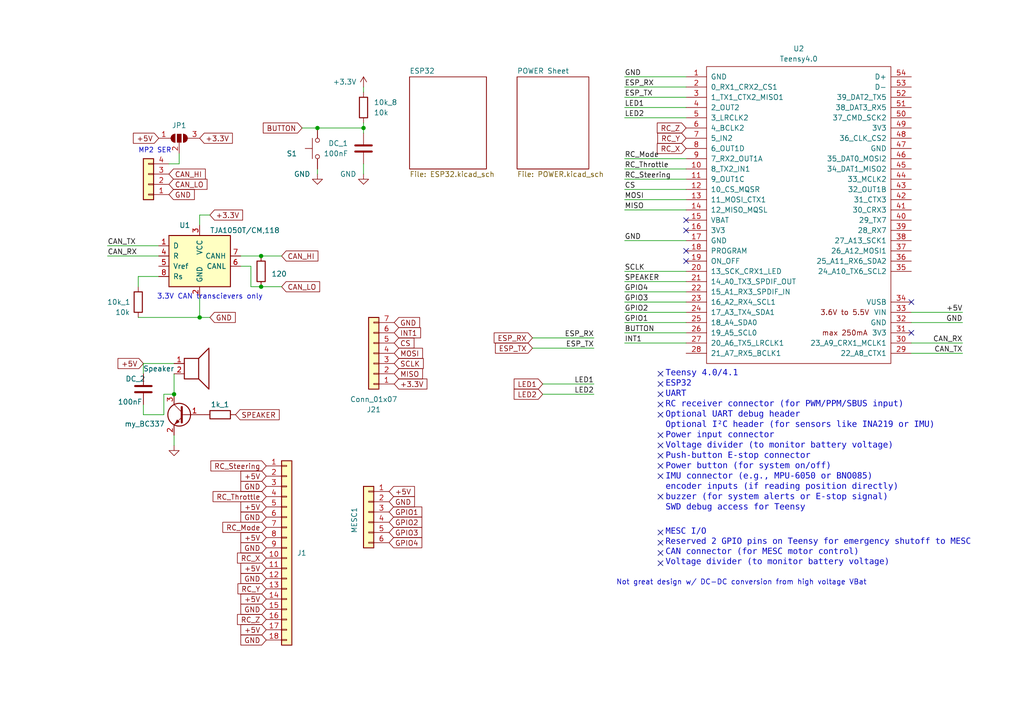
<source format=kicad_sch>
(kicad_sch (version 20250114) (generator "eeschema") (generator_version "9.0")
  (paper "User" 254 177.8)
  (lib_symbols
    (symbol "Connector_Generic:Conn_01x04" (pin_names (offset 1.016) (hide yes))
      (property "Reference" "J" (at 0 5.08 0))
      (property "Value" "Conn_01x04" (at 0 -7.62 0))
      (symbol "Conn_01x04_1_1"
        (rectangle (start -1.27 3.81) (end 1.27 -6.35) (stroke (width 0.254)) (fill (type background)))
        (rectangle (start -1.27 2.667) (end 0 2.413) (stroke (width 0.1524)))
        (rectangle (start -1.27 0.127) (end 0 -0.127) (stroke (width 0.1524)))
        (rectangle (start -1.27 -2.413) (end 0 -2.667) (stroke (width 0.1524)))
        (rectangle (start -1.27 -4.953) (end 0 -5.207) (stroke (width 0.1524)))
        (pin passive line (at -5.08 2.54 0) (length 3.81) (name "Pin_1") (number "1"))
        (pin passive line (at -5.08 0 0) (length 3.81) (name "Pin_2") (number "2"))
        (pin passive line (at -5.08 -2.54 0) (length 3.81) (name "Pin_3") (number "3"))
        (pin passive line (at -5.08 -5.08 0) (length 3.81) (name "Pin_4") (number "4"))
      )
    )
    (symbol "Connector_Generic:Conn_01x06" (pin_names (offset 1.016) (hide yes))
      (property "Reference" "J" (at 0 7.62 0))
      (property "Value" "Conn_01x06" (at 0 -10.16 0))
      (symbol "Conn_01x06_1_1"
        (rectangle (start -1.27 6.35) (end 1.27 -8.89) (stroke (width 0.254)) (fill (type background)))
        (rectangle (start -1.27 5.207) (end 0 4.953) (stroke (width 0.1524)))
        (rectangle (start -1.27 2.667) (end 0 2.413) (stroke (width 0.1524)))
        (rectangle (start -1.27 0.127) (end 0 -0.127) (stroke (width 0.1524)))
        (rectangle (start -1.27 -2.413) (end 0 -2.667) (stroke (width 0.1524)))
        (rectangle (start -1.27 -4.953) (end 0 -5.207) (stroke (width 0.1524)))
        (rectangle (start -1.27 -7.493) (end 0 -7.747) (stroke (width 0.1524)))
        (pin passive line (at -5.08 5.08 0) (length 3.81) (name "Pin_1") (number "1"))
        (pin passive line (at -5.08 2.54 0) (length 3.81) (name "Pin_2") (number "2"))
        (pin passive line (at -5.08 0 0) (length 3.81) (name "Pin_3") (number "3"))
        (pin passive line (at -5.08 -2.54 0) (length 3.81) (name "Pin_4") (number "4"))
        (pin passive line (at -5.08 -5.08 0) (length 3.81) (name "Pin_5") (number "5"))
        (pin passive line (at -5.08 -7.62 0) (length 3.81) (name "Pin_6") (number "6"))
      )
    )
    (symbol "Connector_Generic:Conn_01x07" (pin_names (offset 1.016) (hide yes))
      (property "Reference" "J" (at 0 10.16 0))
      (property "Value" "Conn_01x07" (at 0 -10.16 0))
      (symbol "Conn_01x07_1_1"
        (rectangle (start -1.27 8.89) (end 1.27 -8.89) (stroke (width 0.254)) (fill (type background)))
        (rectangle (start -1.27 7.747) (end 0 7.493) (stroke (width 0.1524)))
        (rectangle (start -1.27 5.207) (end 0 4.953) (stroke (width 0.1524)))
        (rectangle (start -1.27 2.667) (end 0 2.413) (stroke (width 0.1524)))
        (rectangle (start -1.27 0.127) (end 0 -0.127) (stroke (width 0.1524)))
        (rectangle (start -1.27 -2.413) (end 0 -2.667) (stroke (width 0.1524)))
        (rectangle (start -1.27 -4.953) (end 0 -5.207) (stroke (width 0.1524)))
        (rectangle (start -1.27 -7.493) (end 0 -7.747) (stroke (width 0.1524)))
        (pin passive line (at -5.08 7.62 0) (length 3.81) (name "Pin_1") (number "1"))
        (pin passive line (at -5.08 5.08 0) (length 3.81) (name "Pin_2") (number "2"))
        (pin passive line (at -5.08 2.54 0) (length 3.81) (name "Pin_3") (number "3"))
        (pin passive line (at -5.08 0 0) (length 3.81) (name "Pin_4") (number "4"))
        (pin passive line (at -5.08 -2.54 0) (length 3.81) (name "Pin_5") (number "5"))
        (pin passive line (at -5.08 -5.08 0) (length 3.81) (name "Pin_6") (number "6"))
        (pin passive line (at -5.08 -7.62 0) (length 3.81) (name "Pin_7") (number "7"))
      )
    )
    (symbol "Connector_Generic:Conn_01x18" (pin_names (offset 1.016) (hide yes))
      (property "Reference" "J" (at 0 22.86 0))
      (property "Value" "Conn_01x18" (at 0 -25.4 0))
      (symbol "Conn_01x18_1_1"
        (rectangle (start -1.27 21.59) (end 1.27 -24.13) (stroke (width 0.254)) (fill (type background)))
        (rectangle (start -1.27 20.447) (end 0 20.193) (stroke (width 0.1524)))
        (rectangle (start -1.27 17.907) (end 0 17.653) (stroke (width 0.1524)))
        (rectangle (start -1.27 15.367) (end 0 15.113) (stroke (width 0.1524)))
        (rectangle (start -1.27 12.827) (end 0 12.573) (stroke (width 0.1524)))
        (rectangle (start -1.27 10.287) (end 0 10.033) (stroke (width 0.1524)))
        (rectangle (start -1.27 7.747) (end 0 7.493) (stroke (width 0.1524)))
        (rectangle (start -1.27 5.207) (end 0 4.953) (stroke (width 0.1524)))
        (rectangle (start -1.27 2.667) (end 0 2.413) (stroke (width 0.1524)))
        (rectangle (start -1.27 0.127) (end 0 -0.127) (stroke (width 0.1524)))
        (rectangle (start -1.27 -2.413) (end 0 -2.667) (stroke (width 0.1524)))
        (rectangle (start -1.27 -4.953) (end 0 -5.207) (stroke (width 0.1524)))
        (rectangle (start -1.27 -7.493) (end 0 -7.747) (stroke (width 0.1524)))
        (rectangle (start -1.27 -10.033) (end 0 -10.287) (stroke (width 0.1524)))
        (rectangle (start -1.27 -12.573) (end 0 -12.827) (stroke (width 0.1524)))
        (rectangle (start -1.27 -15.113) (end 0 -15.367) (stroke (width 0.1524)))
        (rectangle (start -1.27 -17.653) (end 0 -17.907) (stroke (width 0.1524)))
        (rectangle (start -1.27 -20.193) (end 0 -20.447) (stroke (width 0.1524)))
        (rectangle (start -1.27 -22.733) (end 0 -22.987) (stroke (width 0.1524)))
        (pin passive line (at -5.08 20.32 0) (length 3.81) (name "Pin_1") (number "1"))
        (pin passive line (at -5.08 17.78 0) (length 3.81) (name "Pin_2") (number "2"))
        (pin passive line (at -5.08 15.24 0) (length 3.81) (name "Pin_3") (number "3"))
        (pin passive line (at -5.08 12.7 0) (length 3.81) (name "Pin_4") (number "4"))
        (pin passive line (at -5.08 10.16 0) (length 3.81) (name "Pin_5") (number "5"))
        (pin passive line (at -5.08 7.62 0) (length 3.81) (name "Pin_6") (number "6"))
        (pin passive line (at -5.08 5.08 0) (length 3.81) (name "Pin_7") (number "7"))
        (pin passive line (at -5.08 2.54 0) (length 3.81) (name "Pin_8") (number "8"))
        (pin passive line (at -5.08 0 0) (length 3.81) (name "Pin_9") (number "9"))
        (pin passive line (at -5.08 -2.54 0) (length 3.81) (name "Pin_10") (number "10"))
        (pin passive line (at -5.08 -5.08 0) (length 3.81) (name "Pin_11") (number "11"))
        (pin passive line (at -5.08 -7.62 0) (length 3.81) (name "Pin_12") (number "12"))
        (pin passive line (at -5.08 -10.16 0) (length 3.81) (name "Pin_13") (number "13"))
        (pin passive line (at -5.08 -12.7 0) (length 3.81) (name "Pin_14") (number "14"))
        (pin passive line (at -5.08 -15.24 0) (length 3.81) (name "Pin_15") (number "15"))
        (pin passive line (at -5.08 -17.78 0) (length 3.81) (name "Pin_16") (number "16"))
        (pin passive line (at -5.08 -20.32 0) (length 3.81) (name "Pin_17") (number "17"))
        (pin passive line (at -5.08 -22.86 0) (length 3.81) (name "Pin_18") (number "18"))
      )
    )
    (symbol "Device:C" (pin_numbers (hide yes)) (pin_names (offset 0.254))
      (property "Reference" "C" (at 0.635 2.54 0))
      (property "Value" "C" (at 0.635 -2.54 0))
      (symbol "C_0_1"
        (polyline (pts (xy -2.032 0.762) (xy 2.032 0.762)) (stroke (width 0.508)))
        (polyline (pts (xy -2.032 -0.762) (xy 2.032 -0.762)) (stroke (width 0.508)))
      )
      (symbol "C_1_1"
        (pin passive line (at 0 3.81 270) (length 2.794) (name "~") (number "1"))
        (pin passive line (at 0 -3.81 90) (length 2.794) (name "~") (number "2"))
      )
    )
    (symbol "Device:R" (pin_numbers (hide yes)) (pin_names (offset 0))
      (property "Reference" "R" (at 2.032 0 90))
      (property "Value" "R" (at 0 0 90))
      (symbol "R_0_1"
        (rectangle (start -1.016 -2.54) (end 1.016 2.54) (stroke (width 0.254)))
      )
      (symbol "R_1_1"
        (pin passive line (at 0 3.81 270) (length 1.27) (name "~") (number "1"))
        (pin passive line (at 0 -3.81 90) (length 1.27) (name "~") (number "2"))
      )
    )
    (symbol "Device:Speaker" (pin_names (offset 0) (hide yes))
      (property "Reference" "LS" (at 1.27 5.715 0))
      (property "Value" "Speaker" (at 1.27 3.81 0))
      (symbol "Speaker_0_0"
        (rectangle (start -2.54 1.27) (end 1.016 -3.81) (stroke (width 0.254)))
        (polyline (pts (xy 1.016 1.27) (xy 3.556 3.81) (xy 3.556 -6.35) (xy 1.016 -3.81)) (stroke (width 0.254)))
      )
      (symbol "Speaker_1_1"
        (pin input line (at -5.08 0 0) (length 2.54) (name "1") (number "1"))
        (pin input line (at -5.08 -2.54 0) (length 2.54) (name "2") (number "2"))
      )
    )
    (symbol "Interface_CAN_LIN:SN65HVD230" (pin_names (offset 1.016))
      (property "Reference" "U" (at -2.54 10.16 0))
      (property "Value" "SN65HVD230" (at -2.54 7.62 0))
      (symbol "SN65HVD230_0_1"
        (rectangle (start -7.62 5.08) (end 7.62 -7.62) (stroke (width 0.254)) (fill (type background)))
      )
      (symbol "SN65HVD230_1_1"
        (pin input line (at -10.16 2.54 0) (length 2.54) (name "D") (number "1"))
        (pin output line (at -10.16 0 0) (length 2.54) (name "R") (number "4"))
        (pin output line (at -10.16 -2.54 0) (length 2.54) (name "Vref") (number "5"))
        (pin input line (at -10.16 -5.08 0) (length 2.54) (name "Rs") (number "8"))
        (pin power_in line (at 0 7.62 270) (length 2.54) (name "VCC") (number "3"))
        (pin power_in line (at 0 -10.16 90) (length 2.54) (name "GND") (number "2"))
        (pin bidirectional line (at 10.16 0 180) (length 2.54) (name "CANH") (number "7"))
        (pin bidirectional line (at 10.16 -2.54 180) (length 2.54) (name "CANL") (number "6"))
      )
    )
    (symbol "Jumper:SolderJumper_3_Open" (pin_names (offset 0) (hide yes))
      (property "Reference" "JP" (at -2.54 -2.54 0))
      (property "Value" "SolderJumper_3_Open" (at 0 2.794 0))
      (symbol "SolderJumper_3_Open_0_1"
        (polyline (pts (xy -2.54 0) (xy -2.032 0)))
        (polyline (pts (xy -1.016 1.016) (xy -1.016 -1.016)))
        (arc (start -1.016 -1.016) (mid -2.0276 0) (end -1.016 1.016))
        (arc (start -1.016 -1.016) (mid -2.0276 0) (end -1.016 1.016) (fill (type outline)))
        (rectangle (start -0.508 1.016) (end 0.508 -1.016) (fill (type outline)))
        (polyline (pts (xy 0 -1.27) (xy 0 -1.016)))
        (arc (start 1.016 1.016) (mid 2.0276 0) (end 1.016 -1.016))
        (arc (start 1.016 1.016) (mid 2.0276 0) (end 1.016 -1.016) (fill (type outline)))
        (polyline (pts (xy 1.016 1.016) (xy 1.016 -1.016)))
        (polyline (pts (xy 2.54 0) (xy 2.032 0)))
      )
      (symbol "SolderJumper_3_Open_1_1"
        (pin passive line (at -5.08 0 0) (length 2.54) (name "A") (number "1"))
        (pin passive line (at 0 -3.81 90) (length 2.54) (name "C") (number "2"))
        (pin passive line (at 5.08 0 180) (length 2.54) (name "B") (number "3"))
      )
    )
    (symbol "SW_Push_11" (pin_numbers (hide yes)) (pin_names (offset 1.016) (hide yes))
      (property "Reference" "SW" (at 1.27 2.54 0))
      (property "Value" "SW_Push_11" (at 0 -1.524 0))
      (symbol "SW_Push_11_0_1"
        (circle (center -2.032 0) (radius 0.508))
        (polyline (pts (xy 0 1.27) (xy 0 3.048)))
        (circle (center 2.032 0) (radius 0.508))
        (polyline (pts (xy 2.54 1.27) (xy -2.54 1.27)))
        (pin passive line (at -5.08 0 0) (length 2.54) (name "1") (number "1"))
        (pin passive line (at 5.08 0 180) (length 2.54) (name "2") (number "2"))
      )
    )
    (symbol "Transistor_BJT:my_BC337" (pin_names (offset 0) (hide yes))
      (property "Value" "my_BC337" (at 5.08 0.0001 0))
      (symbol "my_BC337_0_1"
        (polyline (pts (xy 0 0) (xy 0.635 0)))
        (polyline (pts (xy 0.635 1.905) (xy 0.635 -1.905) (xy 0.635 -1.905)) (stroke (width 0.508)))
        (polyline (pts (xy 0.635 0.635) (xy 2.54 2.54)))
        (polyline (pts (xy 0.635 -0.635) (xy 2.54 -2.54) (xy 2.54 -2.54)))
        (circle (center 1.27 0) (radius 2.8194) (stroke (width 0.254)))
        (polyline (pts (xy 1.27 -1.778) (xy 1.778 -1.27) (xy 2.286 -2.286) (xy 1.27 -1.778) (xy 1.27 -1.778)) (fill (type outline)))
      )
      (symbol "my_BC337_1_1"
        (pin input line (at -5.08 0 0) (length 5.08) (name "B") (number "1"))
        (pin passive line (at 2.54 5.08 270) (length 2.54) (name "C") (number "3"))
        (pin passive line (at 2.54 -5.08 90) (length 2.54) (name "E") (number "2"))
      )
    )
    (symbol "power:+3.3V" (power) (pin_names (offset 0))
      (property "Value" "+3.3V" (at 0 3.556 0))
      (symbol "+3.3V_0_1"
        (polyline (pts (xy -0.762 1.27) (xy 0 2.54)))
        (polyline (pts (xy 0 2.54) (xy 0.762 1.27)))
        (polyline (pts (xy 0 0) (xy 0 2.54)))
      )
      (symbol "+3.3V_1_1"
        (pin power_in line (at 0 0 90) (length 0) (hide yes) (name "+3.3V") (number "1"))
      )
    )
    (symbol "power:GND" (power) (pin_names (offset 0))
      (property "Value" "GND" (at 0 -3.81 0))
      (symbol "GND_0_1"
        (polyline (pts (xy 0 0) (xy 0 -1.27) (xy 1.27 -1.27) (xy 0 -2.54) (xy -1.27 -1.27) (xy 0 -1.27)))
      )
      (symbol "GND_1_1"
        (pin power_in line (at 0 0 270) (length 0) (hide yes) (name "GND") (number "1"))
      )
    )
    (symbol "teensy:Teensy4.0" (pin_names (offset 1.016))
      (property "Reference" "U" (at 0 39.37 0))
      (property "Value" "Teensy4.0" (at 0 -39.37 0))
      (symbol "Teensy4.0_0_0"
        (text "3.6V to 5.5V" (at 11.43 -24.13 0) (effects (font (size 1.27 1.27))))
        (text "max 250mA" (at 11.43 -29.21 0) (effects (font (size 1.27 1.27))))
        (pin bidirectional line (at -27.94 24.13 0) (length 5.08) (name "3_LRCLK2") (number "5"))
        (pin bidirectional line (at -27.94 21.59 0) (length 5.08) (name "4_BCLK2") (number "6"))
        (pin bidirectional line (at -27.94 19.05 0) (length 5.08) (name "5_IN2") (number "7"))
        (pin bidirectional line (at -27.94 16.51 0) (length 5.08) (name "6_OUT1D") (number "8"))
        (pin bidirectional line (at -27.94 13.97 0) (length 5.08) (name "7_RX2_OUT1A") (number "9"))
        (pin bidirectional line (at -27.94 11.43 0) (length 5.08) (name "8_TX2_IN1") (number "10"))
        (pin bidirectional line (at -27.94 8.89 0) (length 5.08) (name "9_OUT1C") (number "11"))
        (pin bidirectional line (at -27.94 6.35 0) (length 5.08) (name "10_CS_MQSR") (number "12"))
        (pin bidirectional line (at -27.94 3.81 0) (length 5.08) (name "11_MOSI_CTX1") (number "13"))
        (pin bidirectional line (at -27.94 1.27 0) (length 5.08) (name "12_MISO_MQSL") (number "14"))
        (pin power_in line (at -27.94 -1.27 0) (length 5.08) (name "VBAT") (number "15"))
        (pin power_in line (at -27.94 -3.81 0) (length 5.08) (name "3V3") (number "16"))
        (pin power_in line (at -27.94 -6.35 0) (length 5.08) (name "GND") (number "17"))
        (pin input line (at -27.94 -8.89 0) (length 5.08) (name "PROGRAM") (number "18"))
        (pin input line (at -27.94 -11.43 0) (length 5.08) (name "ON_OFF") (number "19"))
        (pin bidirectional line (at -27.94 -13.97 0) (length 5.08) (name "13_SCK_CRX1_LED") (number "20"))
        (pin bidirectional line (at -27.94 -16.51 0) (length 5.08) (name "14_A0_TX3_SPDIF_OUT") (number "21"))
        (pin bidirectional line (at -27.94 -19.05 0) (length 5.08) (name "15_A1_RX3_SPDIF_IN") (number "22"))
        (pin bidirectional line (at -27.94 -21.59 0) (length 5.08) (name "16_A2_RX4_SCL1") (number "23"))
        (pin bidirectional line (at -27.94 -24.13 0) (length 5.08) (name "17_A3_TX4_SDA1") (number "24"))
        (pin bidirectional line (at -27.94 -26.67 0) (length 5.08) (name "18_A4_SDA0") (number "25"))
        (pin bidirectional line (at -27.94 -29.21 0) (length 5.08) (name "19_A5_SCL0") (number "26"))
        (pin bidirectional line (at -27.94 -31.75 0) (length 5.08) (name "20_A6_TX5_LRCLK1") (number "27"))
        (pin bidirectional line (at -27.94 -34.29 0) (length 5.08) (name "21_A7_RX5_BCLK1") (number "28"))
        (pin bidirectional line (at 27.94 34.29 180) (length 5.08) (name "D+") (number "54"))
        (pin bidirectional line (at 27.94 31.75 180) (length 5.08) (name "D-") (number "53"))
        (pin bidirectional line (at 27.94 29.21 180) (length 5.08) (name "39_DAT2_TX5") (number "52"))
        (pin bidirectional line (at 27.94 26.67 180) (length 5.08) (name "38_DAT3_RX5") (number "51"))
        (pin bidirectional line (at 27.94 24.13 180) (length 5.08) (name "37_CMD_SCK2") (number "50"))
        (pin power_out line (at 27.94 21.59 180) (length 5.08) (name "3V3") (number "49"))
        (pin bidirectional line (at 27.94 19.05 180) (length 5.08) (name "36_CLK_CS2") (number "48"))
        (pin power_out line (at 27.94 16.51 180) (length 5.08) (name "GND") (number "47"))
        (pin bidirectional line (at 27.94 13.97 180) (length 5.08) (name "35_DAT0_MOSI2") (number "46"))
        (pin bidirectional line (at 27.94 11.43 180) (length 5.08) (name "34_DAT1_MISO2") (number "45"))
        (pin bidirectional line (at 27.94 8.89 180) (length 5.08) (name "33_MCLK2") (number "44"))
        (pin bidirectional line (at 27.94 6.35 180) (length 5.08) (name "32_OUT1B") (number "43"))
        (pin bidirectional line (at 27.94 3.81 180) (length 5.08) (name "31_CTX3") (number "42"))
        (pin bidirectional line (at 27.94 1.27 180) (length 5.08) (name "30_CRX3") (number "41"))
        (pin bidirectional line (at 27.94 -1.27 180) (length 5.08) (name "29_TX7") (number "40"))
        (pin bidirectional line (at 27.94 -3.81 180) (length 5.08) (name "28_RX7") (number "39"))
        (pin bidirectional line (at 27.94 -6.35 180) (length 5.08) (name "27_A13_SCK1") (number "38"))
        (pin bidirectional line (at 27.94 -8.89 180) (length 5.08) (name "26_A12_MOSI1") (number "37"))
        (pin bidirectional line (at 27.94 -11.43 180) (length 5.08) (name "25_A11_RX6_SDA2") (number "36"))
        (pin bidirectional line (at 27.94 -13.97 180) (length 5.08) (name "24_A10_TX6_SCL2") (number "35"))
        (pin power_out line (at 27.94 -21.59 180) (length 5.08) (name "VUSB") (number "34"))
        (pin power_in line (at 27.94 -24.13 180) (length 5.08) (name "VIN") (number "33"))
        (pin power_in line (at 27.94 -26.67 180) (length 5.08) (name "GND") (number "32"))
        (pin power_out line (at 27.94 -29.21 180) (length 5.08) (name "3V3") (number "31"))
        (pin bidirectional line (at 27.94 -31.75 180) (length 5.08) (name "23_A9_CRX1_MCLK1") (number "30"))
        (pin bidirectional line (at 27.94 -34.29 180) (length 5.08) (name "22_A8_CTX1") (number "29"))
      )
      (symbol "Teensy4.0_0_1"
        (rectangle (start -22.86 36.83) (end 22.86 -36.83))
        (rectangle (start -20.32 -31.75) (end -20.32 -31.75))
      )
      (symbol "Teensy4.0_1_1"
        (pin power_in line (at -27.94 34.29 0) (length 5.08) (name "GND") (number "1"))
        (pin bidirectional line (at -27.94 31.75 0) (length 5.08) (name "0_RX1_CRX2_CS1") (number "2"))
        (pin bidirectional line (at -27.94 29.21 0) (length 5.08) (name "1_TX1_CTX2_MISO1") (number "3"))
        (pin bidirectional line (at -27.94 26.67 0) (length 5.08) (name "2_OUT2") (number "4"))
      )
    )
    (symbol "two_motor_driver-rescue:GND-power" (power) (pin_names (offset 0))
      (property "Value" "power_GND" (at 0 -3.81 0))
      (symbol "GND-power_0_1"
        (polyline (pts (xy 0 0) (xy 0 -1.27) (xy 1.27 -1.27) (xy 0 -2.54) (xy -1.27 -1.27) (xy 0 -1.27)))
      )
      (symbol "GND-power_1_1"
        (pin power_in line (at 0 0 270) (length 0) (hide yes) (name "GND") (number "1"))
      )
    )
  )
  (text "Teensy 4.0/4.1\nESP32\nUART\nRC receiver connector (for PWM/PPM/SBUS input)\nOptional UART debug header\nOptional I²C header (for sensors like INA219 or IMU)\nPower input connector\nVoltage divider (to monitor battery voltage)\nPush-button E-stop connector\nPower button (for system on/off)\nIMU connector (e.g., MPU-6050 or BNO085)\nencoder inputs (if reading position directly)\nbuzzer (for system alerts or E-stop signal)\nSWD debug access for Teensy\n" (at 165.1 109.728 0) (effects (font (size 1.524 1.524)) (justify left)))
  (text "MP2 SER" (at 34.29 38.1 0) (effects (font (size 1.2 1.2)) (justify left bottom)))
  (text "MESC I/O\nReserved 2 GPIO pins on Teensy for emergency shutoff to MESC\nCAN connector (for MESC motor control)\nVoltage divider (to monitor battery voltage)\n\n" (at 165.1 137.414 0) (effects (font (size 1.4986 1.4986)) (justify left)))
  (text "3.3V CAN transcievers only" (at 52.07 73.66 0) (effects (font (size 1.27 1.27))))
  (text "Not great design w/ DC-DC conversion from high voltage VBat " (at 184.404 144.526 0) (effects (font (size 1.27 1.27))))
  (junction (at 90.17 31.75))
  (junction (at 43.18 97.79))
  (junction (at 49.53 78.74))
  (junction (at 64.77 63.5))
  (junction (at 78.74 31.75))
  (junction (at 64.77 71.12))
  (no_connect (at 163.83 123.19))
  (no_connect (at 163.83 95.25))
  (no_connect (at 163.83 97.79))
  (no_connect (at 163.83 102.87))
  (no_connect (at 170.18 64.77))
  (no_connect (at 163.83 134.62))
  (no_connect (at 163.83 100.33))
  (no_connect (at 163.83 92.71))
  (no_connect (at 163.83 113.03))
  (no_connect (at 170.18 62.23))
  (no_connect (at 163.83 115.57))
  (no_connect (at 226.06 82.55))
  (no_connect (at 163.83 132.08))
  (no_connect (at 170.18 57.15))
  (no_connect (at 163.83 110.49))
  (no_connect (at 170.18 54.61))
  (no_connect (at 163.83 118.11))
  (no_connect (at 226.06 74.93))
  (no_connect (at 163.83 107.95))
  (no_connect (at 163.83 139.7))
  (no_connect (at 163.83 137.16))
  (wire (pts (xy 154.94 85.09) (xy 170.18 85.09)))
  (wire (pts (xy 90.17 30.48) (xy 90.17 31.75)))
  (wire (pts (xy 62.23 71.12) (xy 64.77 71.12)))
  (wire (pts (xy 154.94 59.69) (xy 170.18 59.69)))
  (wire (pts (xy 74.93 31.75) (xy 78.74 31.75)))
  (wire (pts (xy 90.17 21.59) (xy 90.17 22.86)))
  (wire (pts (xy 34.29 68.58) (xy 39.37 68.58)))
  (wire (pts (xy 154.94 44.45) (xy 170.18 44.45)))
  (wire (pts (xy 238.76 87.63) (xy 226.06 87.63)))
  (wire (pts (xy 238.76 85.09) (xy 226.06 85.09)))
  (wire (pts (xy 52.07 78.74) (xy 49.53 78.74)))
  (wire (pts (xy 34.29 68.58) (xy 34.29 71.12)))
  (wire (pts (xy 238.76 77.47) (xy 226.06 77.47)))
  (wire (pts (xy 44.45 40.64) (xy 44.45 38.1)))
  (wire (pts (xy 147.32 86.36) (xy 132.08 86.36)))
  (wire (pts (xy 154.94 74.93) (xy 170.18 74.93)))
  (wire (pts (xy 154.94 24.13) (xy 170.18 24.13)))
  (wire (pts (xy 154.94 39.37) (xy 170.18 39.37)))
  (wire (pts (xy 26.67 60.96) (xy 39.37 60.96)))
  (wire (pts (xy 40.64 97.79) (xy 43.18 97.79)))
  (wire (pts (xy 154.94 29.21) (xy 170.18 29.21)))
  (wire (pts (xy 154.94 77.47) (xy 170.18 77.47)))
  (wire (pts (xy 154.94 69.85) (xy 170.18 69.85)))
  (wire (pts (xy 154.94 46.99) (xy 170.18 46.99)))
  (wire (pts (xy 154.94 82.55) (xy 170.18 82.55)))
  (wire (pts (xy 35.56 90.17) (xy 35.56 92.71)))
  (wire (pts (xy 78.74 43.18) (xy 78.74 41.91)))
  (wire (pts (xy 59.69 63.5) (xy 64.77 63.5)))
  (wire (pts (xy 41.91 40.64) (xy 44.45 40.64)))
  (wire (pts (xy 43.18 107.95) (xy 43.18 110.49)))
  (wire (pts (xy 134.62 95.25) (xy 147.32 95.25)))
  (wire (pts (xy 64.77 63.5) (xy 69.85 63.5)))
  (wire (pts (xy 147.32 83.82) (xy 132.08 83.82)))
  (wire (pts (xy 62.23 66.04) (xy 62.23 71.12)))
  (wire (pts (xy 154.94 41.91) (xy 170.18 41.91)))
  (wire (pts (xy 78.74 31.75) (xy 90.17 31.75)))
  (wire (pts (xy 154.94 67.31) (xy 170.18 67.31)))
  (wire (pts (xy 59.69 66.04) (xy 62.23 66.04)))
  (wire (pts (xy 64.77 71.12) (xy 69.85 71.12)))
  (wire (pts (xy 35.56 90.17) (xy 43.18 90.17)))
  (wire (pts (xy 90.17 43.18) (xy 90.17 40.64)))
  (wire (pts (xy 154.94 72.39) (xy 170.18 72.39)))
  (wire (pts (xy 40.64 102.87) (xy 40.64 97.79)))
  (wire (pts (xy 154.94 19.05) (xy 170.18 19.05)))
  (wire (pts (xy 154.94 49.53) (xy 170.18 49.53)))
  (wire (pts (xy 154.94 26.67) (xy 170.18 26.67)))
  (wire (pts (xy 154.94 52.07) (xy 170.18 52.07)))
  (wire (pts (xy 26.67 63.5) (xy 39.37 63.5)))
  (wire (pts (xy 49.53 53.34) (xy 49.53 55.88)))
  (wire (pts (xy 49.53 73.66) (xy 49.53 78.74)))
  (wire (pts (xy 154.94 80.01) (xy 170.18 80.01)))
  (wire (pts (xy 134.62 97.79) (xy 147.32 97.79)))
  (wire (pts (xy 90.17 31.75) (xy 90.17 33.02)))
  (wire (pts (xy 154.94 21.59) (xy 170.18 21.59)))
  (wire (pts (xy 35.56 100.33) (xy 35.56 102.87)))
  (wire (pts (xy 34.29 78.74) (xy 49.53 78.74)))
  (wire (pts (xy 35.56 102.87) (xy 40.64 102.87)))
  (wire (pts (xy 43.18 92.71) (xy 43.18 97.79)))
  (wire (pts (xy 52.07 53.34) (xy 49.53 53.34)))
  (wire (pts (xy 238.76 80.01) (xy 226.06 80.01)))
  (label "LED2" (at 147.32 97.79 180))
  (label "ESP_RX" (at 154.94 21.59 0))
  (label "CAN_RX" (at 238.76 85.09 180))
  (label "GND" (at 238.76 80.01 180))
  (label "SPEAKER" (at 154.94 69.85 0))
  (label "ESP_RX" (at 147.32 83.82 180))
  (label "GPIO2" (at 154.94 77.47 0))
  (label "MISO" (at 154.94 52.07 0))
  (label "CAN_TX" (at 238.76 87.63 180))
  (label "GPIO1" (at 154.94 80.01 0))
  (label "GND" (at 154.94 19.05 0))
  (label "CS" (at 154.94 46.99 0))
  (label "RC_Steering" (at 154.94 44.45 0))
  (label "GND" (at 154.94 59.69 0))
  (label "ESP_TX" (at 154.94 24.13 0))
  (label "INT1" (at 154.94 85.09 0))
  (label "CAN_RX" (at 26.67 63.5 0))
  (label "GPIO4" (at 154.94 72.39 0))
  (label "LED2" (at 154.94 29.21 0))
  (label "+5V" (at 238.76 77.47 180))
  (label "RC_Mode" (at 154.94 39.37 0))
  (label "BUTTON" (at 154.94 82.55 0))
  (label "RC_Throttle" (at 154.94 41.91 0))
  (label "MOSI" (at 154.94 49.53 0))
  (label "LED1" (at 147.32 95.25 180))
  (label "SCLK" (at 154.94 67.31 0))
  (label "CAN_TX" (at 26.67 60.96 0))
  (label "LED1" (at 154.94 26.67 0))
  (label "GPIO3" (at 154.94 74.93 0))
  (label "ESP_TX" (at 147.32 86.36 180))
  (global_label "+5V" (shape input) (at 35.56 90.17 180) (property "Intersheetrefs" "${INTERSHEET_REFS}" (effects (hide yes))))
  (global_label "+5V" (shape input) (at 66.04 118.11 180) (property "Intersheetrefs" "${INTERSHEET_REFS}" (effects (hide yes))))
  (global_label "+3.3V" (shape input) (at 49.53 34.29 0) (property "Intersheetrefs" "${INTERSHEET_REFS}" (effects (hide yes))))
  (global_label "+5V" (shape input) (at 66.04 140.97 180) (property "Intersheetrefs" "${INTERSHEET_REFS}" (effects (hide yes))))
  (global_label "LED2" (shape input) (at 134.62 97.79 180) (property "Intersheetrefs" "${INTERSHEET_REFS}" (effects (hide yes))))
  (global_label "GPIO4" (shape input) (at 96.52 134.62 0) (property "Intersheetrefs" "${INTERSHEET_REFS}" (effects (hide yes))))
  (global_label "+5V" (shape input) (at 66.04 148.59 180) (property "Intersheetrefs" "${INTERSHEET_REFS}" (effects (hide yes))))
  (global_label "+5V" (shape input) (at 39.37 34.29 180) (property "Intersheetrefs" "${INTERSHEET_REFS}" (effects (hide yes))))
  (global_label "GND" (shape input) (at 96.52 124.46 0) (property "Intersheetrefs" "${INTERSHEET_REFS}" (effects (hide yes))))
  (global_label "GND" (shape input) (at 52.07 78.74 0) (property "Intersheetrefs" "${INTERSHEET_REFS}" (effects (hide yes))))
  (global_label "RC_X" (shape input) (at 66.04 138.43 180) (property "Intersheetrefs" "${INTERSHEET_REFS}" (effects (hide yes))))
  (global_label "GND" (shape input) (at 66.04 120.65 180) (property "Intersheetrefs" "${INTERSHEET_REFS}" (effects (hide yes))))
  (global_label "LED1" (shape input) (at 134.62 95.25 180) (property "Intersheetrefs" "${INTERSHEET_REFS}" (effects (hide yes))))
  (global_label "MISO" (shape input) (at 97.79 92.71 0) (property "Intersheetrefs" "${INTERSHEET_REFS}" (effects (hide yes))))
  (global_label "+3.3V" (shape input) (at 97.79 95.25 0) (property "Intersheetrefs" "${INTERSHEET_REFS}" (effects (hide yes))))
  (global_label "+5V" (shape input) (at 96.52 121.92 0) (property "Intersheetrefs" "${INTERSHEET_REFS}" (effects (hide yes))))
  (global_label "RC_Y" (shape input) (at 66.04 146.05 180) (property "Intersheetrefs" "${INTERSHEET_REFS}" (effects (hide yes))))
  (global_label "ESP_RX" (shape input) (at 132.08 83.82 180) (property "Intersheetrefs" "${INTERSHEET_REFS}" (effects (hide yes))))
  (global_label "GND" (shape input) (at 41.91 48.26 0) (property "Intersheetrefs" "${INTERSHEET_REFS}" (effects (hide yes))))
  (global_label "RC_Mode" (shape input) (at 66.04 130.81 180) (property "Intersheetrefs" "${INTERSHEET_REFS}" (effects (hide yes))))
  (global_label "RC_Steering" (shape input) (at 66.04 115.57 180) (property "Intersheetrefs" "${INTERSHEET_REFS}" (effects (hide yes))))
  (global_label "GND" (shape input) (at 66.04 128.27 180) (property "Intersheetrefs" "${INTERSHEET_REFS}" (effects (hide yes))))
  (global_label "INT1" (shape input) (at 97.79 82.55 0) (property "Intersheetrefs" "${INTERSHEET_REFS}" (effects (hide yes))))
  (global_label "GPIO1" (shape input) (at 96.52 127 0) (property "Intersheetrefs" "${INTERSHEET_REFS}" (effects (hide yes))))
  (global_label "ESP_TX" (shape input) (at 132.08 86.36 180) (property "Intersheetrefs" "${INTERSHEET_REFS}" (effects (hide yes))))
  (global_label "CAN_LO" (shape input) (at 69.85 71.12 0) (property "Intersheetrefs" "${INTERSHEET_REFS}" (effects (hide yes))))
  (global_label "+5V" (shape input) (at 66.04 133.35 180) (property "Intersheetrefs" "${INTERSHEET_REFS}" (effects (hide yes))))
  (global_label "GND" (shape input) (at 66.04 158.75 180) (property "Intersheetrefs" "${INTERSHEET_REFS}" (effects (hide yes))))
  (global_label "CAN_HI" (shape input) (at 41.91 43.18 0) (property "Intersheetrefs" "${INTERSHEET_REFS}" (effects (hide yes))))
  (global_label "GND" (shape input) (at 97.79 80.01 0) (property "Intersheetrefs" "${INTERSHEET_REFS}" (effects (hide yes))))
  (global_label "RC_Y" (shape input) (at 170.18 34.29 180) (property "Intersheetrefs" "${INTERSHEET_REFS}" (effects (hide yes))))
  (global_label "SCLK" (shape input) (at 97.79 90.17 0) (property "Intersheetrefs" "${INTERSHEET_REFS}" (effects (hide yes))))
  (global_label "GPIO3" (shape input) (at 96.52 132.08 0) (property "Intersheetrefs" "${INTERSHEET_REFS}" (effects (hide yes))))
  (global_label "CAN_HI" (shape input) (at 69.85 63.5 0) (property "Intersheetrefs" "${INTERSHEET_REFS}" (effects (hide yes))))
  (global_label "CS" (shape input) (at 97.79 85.09 0) (property "Intersheetrefs" "${INTERSHEET_REFS}" (effects (hide yes))))
  (global_label "RC_X" (shape input) (at 170.18 36.83 180) (property "Intersheetrefs" "${INTERSHEET_REFS}" (effects (hide yes))))
  (global_label "GPIO2" (shape input) (at 96.52 129.54 0) (property "Intersheetrefs" "${INTERSHEET_REFS}" (effects (hide yes))))
  (global_label "RC_Z" (shape input) (at 66.04 153.67 180) (property "Intersheetrefs" "${INTERSHEET_REFS}" (effects (hide yes))))
  (global_label "GND" (shape input) (at 66.04 151.13 180) (property "Intersheetrefs" "${INTERSHEET_REFS}" (effects (hide yes))))
  (global_label "GND" (shape input) (at 66.04 135.89 180) (property "Intersheetrefs" "${INTERSHEET_REFS}" (effects (hide yes))))
  (global_label "RC_Z" (shape input) (at 170.18 31.75 180) (property "Intersheetrefs" "${INTERSHEET_REFS}" (effects (hide yes))))
  (global_label "GND" (shape input) (at 66.04 143.51 180) (property "Intersheetrefs" "${INTERSHEET_REFS}" (effects (hide yes))))
  (global_label "+5V" (shape input) (at 66.04 125.73 180) (property "Intersheetrefs" "${INTERSHEET_REFS}" (effects (hide yes))))
  (global_label "+3.3V" (shape input) (at 52.07 53.34 0) (property "Intersheetrefs" "${INTERSHEET_REFS}" (effects (hide yes))))
  (global_label "CAN_LO" (shape input) (at 41.91 45.72 0) (property "Intersheetrefs" "${INTERSHEET_REFS}" (effects (hide yes))))
  (global_label "MOSI" (shape input) (at 97.79 87.63 0) (property "Intersheetrefs" "${INTERSHEET_REFS}" (effects (hide yes))))
  (global_label "+5V" (shape input) (at 66.04 156.21 180) (property "Intersheetrefs" "${INTERSHEET_REFS}" (effects (hide yes))))
  (global_label "RC_Throttle" (shape input) (at 66.04 123.19 180) (property "Intersheetrefs" "${INTERSHEET_REFS}" (effects (hide yes))))
  (global_label "SPEAKER" (shape input) (at 58.42 102.87 0) (property "Intersheetrefs" "${INTERSHEET_REFS}" (effects (hide yes))))
  (global_label "BUTTON" (shape input) (at 74.93 31.75 180) (property "Intersheetrefs" "${INTERSHEET_REFS}" (effects (hide yes))))
  (symbol (lib_id "Jumper:SolderJumper_3_Open") (at 44.45 34.29 0) (unit 1) (in_bom no)
    (property "Reference" "JP1" (at 44.45 31.115 0))
    (property "Value" "SolderJumper_3_Open" (effects (hide yes)))
    (property "Footprint" "Jumper:SolderJumper-3_P1.3mm_Open_Pad1.0x1.5mm" (effects (hide yes)))
  )
  (symbol (lib_id "Device:R") (at 64.77 67.31 180) (unit 1)
    (property "Reference" "R_120" (effects (hide yes)))
    (property "Value" "120" (at 67.31 67.945 0) (effects (justify right)))
    (property "Footprint" "Resistor_SMD:R_0603_1608Metric" (effects (hide yes)))
    (property "LCSC" "C17437" (effects (hide yes)))
  )
  (symbol (lib_id "teensy:Teensy4.0") (at 198.12 53.34 0) (unit 1)
    (property "Reference" "U2" (at 198.12 12.065 0))
    (property "Value" "Teensy4.0" (at 198.12 14.605 0))
    (property "Footprint" "teensy:Teensy40" (effects (hide yes)))
  )
  (symbol (lib_id "Transistor_BJT:my_BC337") (at 45.72 102.87 0) (mirror y) (unit 1)
    (property "Reference" "Q1" (effects (hide yes)))
    (property "Value" "my_BC337" (at 40.894 105.156 0) (effects (justify left)))
    (property "Footprint" "Package_TO_SOT_SMD:SOT-23" (effects (hide yes)))
    (property "Datasheet" "https://diotec.com/tl_files/diotec/files/pdf/datasheets/bc337.pdf" (effects (hide yes)))
    (property "Description" "0.8A Ic, 45V Vce, NPN Transistor, TO-92" (effects (hide yes)))
  )
  (symbol (lib_id "power:GND") (at 78.74 43.18 0) (unit 1)
    (property "Reference" "#PWR012" (effects (hide yes)))
    (property "Value" "GND" (at 74.93 43.18 0))
  )
  (symbol (lib_id "Device:R") (at 34.29 74.93 0) (unit 1)
    (property "Reference" "10k_1" (at 32.385 74.93 0) (effects (justify right)))
    (property "Value" "10k" (at 28.575 77.47 0) (effects (justify left)))
    (property "Footprint" "Resistor_SMD:R_0603_1608Metric" (effects (hide yes)))
    (property "LCSC" "C25804" (effects (hide yes)))
  )
  (symbol (lib_id "power:+3.3V") (at 90.17 21.59 0) (unit 1)
    (property "Reference" "#PWR026" (effects (hide yes)))
    (property "Value" "+3.3V" (at 82.55 20.32 0) (effects (justify left)))
  )
  (symbol (lib_name "SW_Push_11") (lib_id "Switch:SW_Push") (at 78.74 36.83 90) (unit 1)
    (property "Reference" "S1" (at 72.39 38.1 90))
    (property "Value" "TL3342F160QG" (effects (hide yes)))
    (property "Footprint" "Button_Switch_SMD:SW_SPST_B3SL-1022P" (effects (hide yes)))
    (property "MANUFACTURER" "E SWITCH" (effects (hide yes)))
    (property "LCSC" "C318884" (effects (hide yes)))
  )
  (symbol (lib_id "Connector_Generic:Conn_01x06") (at 91.44 127 0) (mirror y) (unit 1) (in_bom no)
    (property "Reference" "MESC1" (at 87.884 129.032 90))
    (property "Value" "Conn_01x06" (effects (hide yes)))
    (property "Footprint" "Connector_JST:JST_PH_B6B-PH-K_1x06_P2.00mm_Vertical" (effects (hide yes)))
  )
  (symbol (lib_id "Device:R") (at 90.17 26.67 180) (unit 1)
    (property "Reference" "10k_8" (at 92.71 25.3999 0) (effects (justify right)))
    (property "Value" "10k" (at 92.71 27.9399 0) (effects (justify right)))
    (property "Footprint" "Resistor_SMD:R_0603_1608Metric" (effects (hide yes)))
    (property "LCSC" "C25804" (effects (hide yes)))
  )
  (symbol (lib_id "Interface_CAN_LIN:SN65HVD230") (at 49.53 63.5 0) (unit 1)
    (property "Reference" "U1" (at 44.45 55.88 0) (effects (justify left)))
    (property "Value" "TJA1050T/CM,118" (at 52.07 57.15 0) (effects (justify left)))
    (property "Footprint" "Package_SO:SOIC-8_3.9x4.9mm_P1.27mm" (effects (hide yes)))
    (property "Datasheet" "https://jlcpcb.com/partdetail/NxpSemicon-TJA1050T_CM118/C6952#:~:text=Datasheet-,Download,-Source" (effects (hide yes)))
    (property "LCSC" "C6952" (effects (hide yes)))
  )
  (symbol (lib_id "Device:C") (at 90.17 36.83 0) (mirror x) (unit 1)
    (property "Reference" "DC_1" (at 86.36 35.5599 0) (effects (justify right)))
    (property "Value" "100nF" (at 86.36 38.0999 0) (effects (justify right)))
    (property "Footprint" "Capacitor_SMD:C_0603_1608Metric" (effects (hide yes)))
    (property "LCSC" "C14663" (effects (hide yes)))
  )
  (symbol (lib_id "Device:C") (at 35.56 96.52 0) (unit 1)
    (property "Reference" "DC_2" (at 31.115 93.98 0) (effects (justify left)))
    (property "Value" "100nF" (at 29.21 99.695 0) (effects (justify left)))
    (property "Footprint" "Capacitor_SMD:C_0603_1608Metric" (effects (hide yes)))
    (property "Datasheet" "https://www.mouser.com/ProductDetail/TDK/C2012X7R2A104K125AA?qs=NRhsANhppD9J0ZsT2%2Fo%2F7Q%3D%3D" (effects (hide yes)))
    (property "P/N" "810-C2012X7R2A104K" (effects (hide yes)))
    (property "Group#" "5" (effects (hide yes)))
  )
  (symbol (lib_id "Connector_Generic:Conn_01x18") (at 71.12 135.89 0) (unit 1)
    (property "Reference" "J1" (at 73.66 137.1599 0) (effects (justify left)))
    (property "Value" "Conn_01x18" (effects (hide yes)))
    (property "Footprint" "Connector_PinSocket_2.54mm:my_PinSocket_3x07_P2.54mm_Vertical" (effects (hide yes)))
    (property "Description" "Generic connector, single row, 01x18, script generated (kicad-library-utils/schlib/autogen/connector/)" (effects (hide yes)))
  )
  (symbol (lib_id "two_motor_driver-rescue:GND-power") (at 43.18 110.49 0) (mirror y) (unit 1)
    (property "Reference" "#PWR03" (effects (hide yes)))
    (property "Value" "GND" (effects (hide yes)))
  )
  (symbol (lib_id "Connector_Generic:Conn_01x07") (at 92.71 87.63 180) (unit 1)
    (property "Reference" "J21" (at 92.71 101.6 0))
    (property "Value" "Conn_01x07" (at 92.71 99.06 0))
    (property "Footprint" "Connector_JST:JST_PH_B7B-PH-K_1x07_P2.00mm_Vertical" (effects (hide yes)))
    (property "Description" "Generic connector, single row, 01x07, script generated (kicad-library-utils/schlib/autogen/connector/)" (effects (hide yes)))
  )
  (symbol (lib_id "Connector_Generic:Conn_01x04") (at 36.83 45.72 180) (unit 1) (in_bom no)
    (property "Reference" "CAN1" (effects (hide yes)))
    (property "Value" "Conn_01x04" (effects (hide yes)))
    (property "Footprint" "Connector_JST:JST_PH_B4B-PH-K_1x04_P2.00mm_Vertical" (effects (hide yes)))
  )
  (symbol (lib_id "Device:R") (at 54.61 102.87 90) (unit 1)
    (property "Reference" "1k_1" (at 56.896 100.33 90) (effects (justify left)))
    (property "Value" "10k" (effects (hide yes)))
    (property "Footprint" "Resistor_SMD:R_0603_1608Metric" (effects (hide yes)))
    (property "Datasheet" "https://www.mouser.com/ProductDetail/ROHM-Semiconductor/ESR10EZPF1002?qs=DyUWGjl%252BcVujU2u8up15oQ%3D%3D" (effects (hide yes)))
    (property "P/N" "755-ESR10EZPF1002" (effects (hide yes)))
    (property "Group#" "13" (effects (hide yes)))
  )
  (symbol (lib_id "Device:Speaker") (at 48.26 90.17 0) (unit 1)
    (property "Reference" "LS1" (effects (hide yes)))
    (property "Value" "Speaker" (at 39.37 91.44 0))
    (property "Footprint" "CDS-13138-SMT-TR:SPKR_CDS-13138-SMT-TR" (effects (hide yes)))
    (property "Description" "Speaker" (effects (hide yes)))
  )
  (symbol (lib_id "power:GND") (at 90.17 43.18 0) (unit 1)
    (property "Reference" "#PWR027" (effects (hide yes)))
    (property "Value" "GND" (at 86.36 43.18 0))
  )
  (sheet (at 128.27 19.05) (size 17.78 22.86) (stroke (width 0.1524))
    (property "Sheetname" "POWER Sheet" (at 128.27 18.3384 0) (effects (justify left bottom)))
    (property "Sheetfile" "POWER.kicad_sch" (at 128.27 42.4946 0) (effects (justify left top)))
  )
  (sheet (at 101.6 19.05) (size 19.05 22.86) (stroke (width 0.1524))
    (property "Sheetname" "ESP32" (at 101.6 18.3384 0) (effects (justify left bottom)))
    (property "Sheetfile" "ESP32.kicad_sch" (at 101.6 42.4946 0) (effects (justify left top)))
  )
)
</source>
